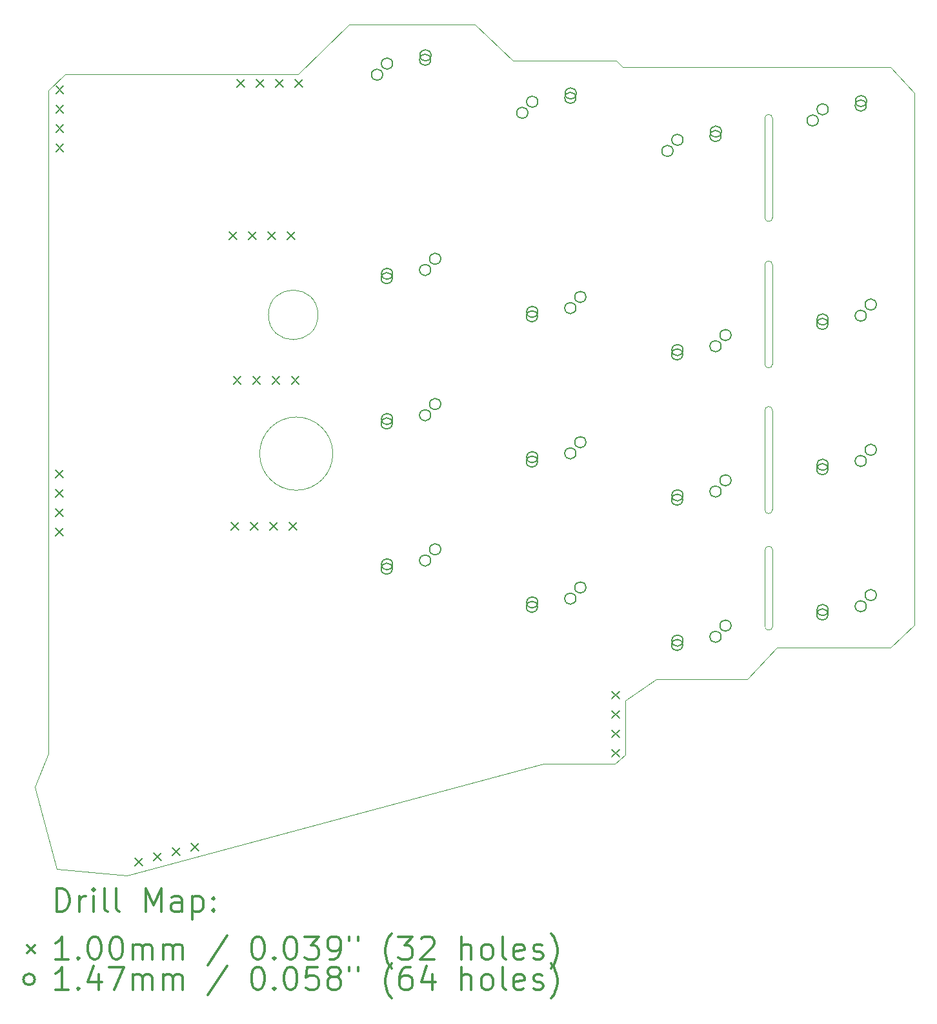
<source format=gbr>
%FSLAX45Y45*%
G04 Gerber Fmt 4.5, Leading zero omitted, Abs format (unit mm)*
G04 Created by KiCad (PCBNEW (5.1.4)-1) date 2023-02-10 21:15:09*
%MOMM*%
%LPD*%
G04 APERTURE LIST*
%ADD10C,0.050000*%
%ADD11C,0.200000*%
%ADD12C,0.300000*%
G04 APERTURE END LIST*
D10*
X26201202Y-49626032D02*
X26511202Y-49966032D01*
X26201202Y-49626032D02*
X22861202Y-49626032D01*
X21661203Y-58761032D02*
X22581202Y-58761032D01*
X24316202Y-57656032D02*
X24711202Y-57241032D01*
X21661203Y-58761032D02*
X21641203Y-58761032D01*
X22721202Y-58641032D02*
X22581202Y-58761032D01*
X21241203Y-49541032D02*
X22596202Y-49541032D01*
X24316202Y-57656032D02*
X23121202Y-57656032D01*
X24911202Y-57241032D02*
X26201202Y-57241032D01*
X19091203Y-49066032D02*
X20746203Y-49066032D01*
X21641203Y-58761032D02*
X16180391Y-60230918D01*
X22721202Y-58641032D02*
X22721202Y-57931032D01*
X19091203Y-49066032D02*
X18421203Y-49716032D01*
X21241203Y-49541032D02*
X20746203Y-49066032D01*
X22596202Y-49541032D02*
X22681202Y-49626032D01*
X15150249Y-58623435D02*
X14970438Y-59068483D01*
X15258251Y-60144663D02*
X14970438Y-59068483D01*
X18421203Y-49716032D02*
X15371203Y-49716032D01*
X15152190Y-49930639D02*
X15371203Y-49716032D01*
X24731202Y-57241032D02*
X24711202Y-57241032D01*
X15258251Y-60144663D02*
X16180391Y-60230918D01*
X26511202Y-56941032D02*
X26201202Y-57241032D01*
X24648000Y-55430000D02*
G75*
G02X24548000Y-55430000I-50000J0D01*
G01*
X24548000Y-54128000D02*
X24548000Y-55430000D01*
X24648000Y-52218000D02*
X24648000Y-53520000D01*
X24548000Y-52218000D02*
G75*
G02X24648000Y-52218000I50000J0D01*
G01*
X24650000Y-55960000D02*
X24650000Y-56960000D01*
X24648000Y-50298000D02*
X24648000Y-51600000D01*
X24548000Y-52218000D02*
X24548000Y-53520000D01*
X24648000Y-54128000D02*
X24648000Y-55430000D01*
X24548000Y-54128000D02*
G75*
G02X24648000Y-54128000I50000J0D01*
G01*
X22861202Y-49626032D02*
X22681202Y-49626032D01*
X24731202Y-57241032D02*
X24911202Y-57241032D01*
X24650000Y-56960000D02*
G75*
G02X24550000Y-56960000I-50000J0D01*
G01*
X18880000Y-54695000D02*
G75*
G03X18880000Y-54695000I-480000J0D01*
G01*
X24648000Y-51600000D02*
G75*
G02X24548000Y-51600000I-50000J0D01*
G01*
X24548000Y-50298000D02*
G75*
G02X24648000Y-50298000I50000J0D01*
G01*
X24648000Y-53520000D02*
G75*
G02X24548000Y-53520000I-50000J0D01*
G01*
X18685000Y-52875000D02*
G75*
G03X18685000Y-52875000I-325000J0D01*
G01*
X15150249Y-58623435D02*
X15152190Y-49930639D01*
X24548000Y-50298000D02*
X24548000Y-51600000D01*
X26511202Y-49966032D02*
X26511202Y-56941032D01*
X24550000Y-55960000D02*
X24550000Y-56960000D01*
X22721202Y-57931032D02*
X23121202Y-57656032D01*
X24550000Y-55960000D02*
G75*
G02X24650000Y-55960000I50000J0D01*
G01*
D11*
X18129203Y-49786032D02*
X18229203Y-49886032D01*
X18229203Y-49786032D02*
X18129203Y-49886032D01*
X15241202Y-54911028D02*
X15341202Y-55011028D01*
X15341202Y-54911028D02*
X15241202Y-55011028D01*
X15241202Y-55165028D02*
X15341202Y-55265028D01*
X15341202Y-55165028D02*
X15241202Y-55265028D01*
X15241202Y-55419028D02*
X15341202Y-55519028D01*
X15341202Y-55419028D02*
X15241202Y-55519028D01*
X15241202Y-55673028D02*
X15341202Y-55773028D01*
X15341202Y-55673028D02*
X15241202Y-55773028D01*
X17521203Y-51786032D02*
X17621203Y-51886032D01*
X17621203Y-51786032D02*
X17521203Y-51886032D01*
X17775203Y-51786032D02*
X17875203Y-51886032D01*
X17875203Y-51786032D02*
X17775203Y-51886032D01*
X18029203Y-51786032D02*
X18129203Y-51886032D01*
X18129203Y-51786032D02*
X18029203Y-51886032D01*
X18283203Y-51786032D02*
X18383203Y-51886032D01*
X18383203Y-51786032D02*
X18283203Y-51886032D01*
X16285167Y-59998252D02*
X16385167Y-60098252D01*
X16385167Y-59998252D02*
X16285167Y-60098252D01*
X16530512Y-59932512D02*
X16630512Y-60032512D01*
X16630512Y-59932512D02*
X16530512Y-60032512D01*
X16775857Y-59866772D02*
X16875857Y-59966772D01*
X16875857Y-59866772D02*
X16775857Y-59966772D01*
X17021203Y-59801032D02*
X17121203Y-59901032D01*
X17121203Y-59801032D02*
X17021203Y-59901032D01*
X17573901Y-53684201D02*
X17673901Y-53784201D01*
X17673901Y-53684201D02*
X17573901Y-53784201D01*
X17827901Y-53684201D02*
X17927901Y-53784201D01*
X17927901Y-53684201D02*
X17827901Y-53784201D01*
X18081901Y-53684201D02*
X18181901Y-53784201D01*
X18181901Y-53684201D02*
X18081901Y-53784201D01*
X18335901Y-53684201D02*
X18435901Y-53784201D01*
X18435901Y-53684201D02*
X18335901Y-53784201D01*
X17543672Y-55595785D02*
X17643672Y-55695785D01*
X17643672Y-55595785D02*
X17543672Y-55695785D01*
X17797672Y-55595785D02*
X17897672Y-55695785D01*
X17897672Y-55595785D02*
X17797672Y-55695785D01*
X18051672Y-55595785D02*
X18151672Y-55695785D01*
X18151672Y-55595785D02*
X18051672Y-55695785D01*
X18305672Y-55595785D02*
X18405672Y-55695785D01*
X18405672Y-55595785D02*
X18305672Y-55695785D01*
X15245873Y-49876079D02*
X15345873Y-49976079D01*
X15345873Y-49876079D02*
X15245873Y-49976079D01*
X15245873Y-50130079D02*
X15345873Y-50230079D01*
X15345873Y-50130079D02*
X15245873Y-50230079D01*
X15245873Y-50384079D02*
X15345873Y-50484079D01*
X15345873Y-50384079D02*
X15245873Y-50484079D01*
X15245873Y-50638079D02*
X15345873Y-50738079D01*
X15345873Y-50638079D02*
X15245873Y-50738079D01*
X22541202Y-57811032D02*
X22641202Y-57911032D01*
X22641202Y-57811032D02*
X22541202Y-57911032D01*
X22541202Y-58065032D02*
X22641202Y-58165032D01*
X22641202Y-58065032D02*
X22541202Y-58165032D01*
X22541202Y-58319032D02*
X22641202Y-58419032D01*
X22641202Y-58319032D02*
X22541202Y-58419032D01*
X22541202Y-58573032D02*
X22641202Y-58673032D01*
X22641202Y-58573032D02*
X22541202Y-58673032D01*
X17621203Y-49786032D02*
X17721203Y-49886032D01*
X17721203Y-49786032D02*
X17621203Y-49886032D01*
X17875203Y-49786032D02*
X17975203Y-49886032D01*
X17975203Y-49786032D02*
X17875203Y-49886032D01*
X18383203Y-49786032D02*
X18483203Y-49886032D01*
X18483203Y-49786032D02*
X18383203Y-49886032D01*
X19660703Y-56204032D02*
G75*
G03X19660703Y-56204032I-73500J0D01*
G01*
X19664703Y-56146032D02*
G75*
G03X19664703Y-56146032I-73500J0D01*
G01*
X20164703Y-56096032D02*
G75*
G03X20164703Y-56096032I-73500J0D01*
G01*
X20295703Y-55950032D02*
G75*
G03X20295703Y-55950032I-73500J0D01*
G01*
X21565703Y-52894032D02*
G75*
G03X21565703Y-52894032I-73500J0D01*
G01*
X21569703Y-52836032D02*
G75*
G03X21569703Y-52836032I-73500J0D01*
G01*
X22069703Y-52786032D02*
G75*
G03X22069703Y-52786032I-73500J0D01*
G01*
X22200703Y-52640032D02*
G75*
G03X22200703Y-52640032I-73500J0D01*
G01*
X19660703Y-52394032D02*
G75*
G03X19660703Y-52394032I-73500J0D01*
G01*
X19664703Y-52336032D02*
G75*
G03X19664703Y-52336032I-73500J0D01*
G01*
X20164703Y-52286032D02*
G75*
G03X20164703Y-52286032I-73500J0D01*
G01*
X20295703Y-52140032D02*
G75*
G03X20295703Y-52140032I-73500J0D01*
G01*
X23343702Y-50726000D02*
G75*
G03X23343702Y-50726000I-73500J0D01*
G01*
X23474702Y-50580000D02*
G75*
G03X23474702Y-50580000I-73500J0D01*
G01*
X23974702Y-50530000D02*
G75*
G03X23974702Y-50530000I-73500J0D01*
G01*
X23978702Y-50472000D02*
G75*
G03X23978702Y-50472000I-73500J0D01*
G01*
X23470703Y-55299032D02*
G75*
G03X23470703Y-55299032I-73500J0D01*
G01*
X23474703Y-55241032D02*
G75*
G03X23474703Y-55241032I-73500J0D01*
G01*
X23974703Y-55191032D02*
G75*
G03X23974703Y-55191032I-73500J0D01*
G01*
X24105703Y-55045032D02*
G75*
G03X24105703Y-55045032I-73500J0D01*
G01*
X23470702Y-53394032D02*
G75*
G03X23470702Y-53394032I-73500J0D01*
G01*
X23474702Y-53336032D02*
G75*
G03X23474702Y-53336032I-73500J0D01*
G01*
X23974702Y-53286032D02*
G75*
G03X23974702Y-53286032I-73500J0D01*
G01*
X24105702Y-53140032D02*
G75*
G03X24105702Y-53140032I-73500J0D01*
G01*
X23470702Y-57204032D02*
G75*
G03X23470702Y-57204032I-73500J0D01*
G01*
X23474702Y-57146032D02*
G75*
G03X23474702Y-57146032I-73500J0D01*
G01*
X23974702Y-57096032D02*
G75*
G03X23974702Y-57096032I-73500J0D01*
G01*
X24105702Y-56950032D02*
G75*
G03X24105702Y-56950032I-73500J0D01*
G01*
X25248702Y-50326000D02*
G75*
G03X25248702Y-50326000I-73500J0D01*
G01*
X25379702Y-50180000D02*
G75*
G03X25379702Y-50180000I-73500J0D01*
G01*
X25879702Y-50130000D02*
G75*
G03X25879702Y-50130000I-73500J0D01*
G01*
X25883702Y-50072000D02*
G75*
G03X25883702Y-50072000I-73500J0D01*
G01*
X25375702Y-52994032D02*
G75*
G03X25375702Y-52994032I-73500J0D01*
G01*
X25379702Y-52936032D02*
G75*
G03X25379702Y-52936032I-73500J0D01*
G01*
X25879702Y-52886032D02*
G75*
G03X25879702Y-52886032I-73500J0D01*
G01*
X26010702Y-52740032D02*
G75*
G03X26010702Y-52740032I-73500J0D01*
G01*
X19533703Y-49726000D02*
G75*
G03X19533703Y-49726000I-73500J0D01*
G01*
X19664703Y-49580000D02*
G75*
G03X19664703Y-49580000I-73500J0D01*
G01*
X20164703Y-49530000D02*
G75*
G03X20164703Y-49530000I-73500J0D01*
G01*
X20168703Y-49472000D02*
G75*
G03X20168703Y-49472000I-73500J0D01*
G01*
X21565703Y-56704032D02*
G75*
G03X21565703Y-56704032I-73500J0D01*
G01*
X21569703Y-56646032D02*
G75*
G03X21569703Y-56646032I-73500J0D01*
G01*
X22069703Y-56596032D02*
G75*
G03X22069703Y-56596032I-73500J0D01*
G01*
X22200703Y-56450032D02*
G75*
G03X22200703Y-56450032I-73500J0D01*
G01*
X25375702Y-54899032D02*
G75*
G03X25375702Y-54899032I-73500J0D01*
G01*
X25379702Y-54841032D02*
G75*
G03X25379702Y-54841032I-73500J0D01*
G01*
X25879702Y-54791032D02*
G75*
G03X25879702Y-54791032I-73500J0D01*
G01*
X26010702Y-54645032D02*
G75*
G03X26010702Y-54645032I-73500J0D01*
G01*
X21565703Y-54799032D02*
G75*
G03X21565703Y-54799032I-73500J0D01*
G01*
X21569703Y-54741032D02*
G75*
G03X21569703Y-54741032I-73500J0D01*
G01*
X22069703Y-54691032D02*
G75*
G03X22069703Y-54691032I-73500J0D01*
G01*
X22200703Y-54545032D02*
G75*
G03X22200703Y-54545032I-73500J0D01*
G01*
X19660703Y-54299032D02*
G75*
G03X19660703Y-54299032I-73500J0D01*
G01*
X19664703Y-54241032D02*
G75*
G03X19664703Y-54241032I-73500J0D01*
G01*
X20164703Y-54191032D02*
G75*
G03X20164703Y-54191032I-73500J0D01*
G01*
X20295703Y-54045032D02*
G75*
G03X20295703Y-54045032I-73500J0D01*
G01*
X25375702Y-56804032D02*
G75*
G03X25375702Y-56804032I-73500J0D01*
G01*
X25379702Y-56746032D02*
G75*
G03X25379702Y-56746032I-73500J0D01*
G01*
X25879702Y-56696032D02*
G75*
G03X25879702Y-56696032I-73500J0D01*
G01*
X26010702Y-56550032D02*
G75*
G03X26010702Y-56550032I-73500J0D01*
G01*
X21438703Y-50226000D02*
G75*
G03X21438703Y-50226000I-73500J0D01*
G01*
X21569703Y-50080000D02*
G75*
G03X21569703Y-50080000I-73500J0D01*
G01*
X22069703Y-50030000D02*
G75*
G03X22069703Y-50030000I-73500J0D01*
G01*
X22073703Y-49972000D02*
G75*
G03X22073703Y-49972000I-73500J0D01*
G01*
D12*
X15254366Y-60699133D02*
X15254366Y-60399133D01*
X15325795Y-60399133D01*
X15368652Y-60413419D01*
X15397223Y-60441990D01*
X15411509Y-60470561D01*
X15425795Y-60527704D01*
X15425795Y-60570561D01*
X15411509Y-60627704D01*
X15397223Y-60656276D01*
X15368652Y-60684847D01*
X15325795Y-60699133D01*
X15254366Y-60699133D01*
X15554366Y-60699133D02*
X15554366Y-60499133D01*
X15554366Y-60556276D02*
X15568652Y-60527704D01*
X15582938Y-60513419D01*
X15611509Y-60499133D01*
X15640080Y-60499133D01*
X15740080Y-60699133D02*
X15740080Y-60499133D01*
X15740080Y-60399133D02*
X15725795Y-60413419D01*
X15740080Y-60427704D01*
X15754366Y-60413419D01*
X15740080Y-60399133D01*
X15740080Y-60427704D01*
X15925795Y-60699133D02*
X15897223Y-60684847D01*
X15882938Y-60656276D01*
X15882938Y-60399133D01*
X16082938Y-60699133D02*
X16054366Y-60684847D01*
X16040080Y-60656276D01*
X16040080Y-60399133D01*
X16425795Y-60699133D02*
X16425795Y-60399133D01*
X16525795Y-60613419D01*
X16625795Y-60399133D01*
X16625795Y-60699133D01*
X16897223Y-60699133D02*
X16897223Y-60541990D01*
X16882938Y-60513419D01*
X16854366Y-60499133D01*
X16797223Y-60499133D01*
X16768652Y-60513419D01*
X16897223Y-60684847D02*
X16868652Y-60699133D01*
X16797223Y-60699133D01*
X16768652Y-60684847D01*
X16754366Y-60656276D01*
X16754366Y-60627704D01*
X16768652Y-60599133D01*
X16797223Y-60584847D01*
X16868652Y-60584847D01*
X16897223Y-60570561D01*
X17040081Y-60499133D02*
X17040081Y-60799133D01*
X17040081Y-60513419D02*
X17068652Y-60499133D01*
X17125795Y-60499133D01*
X17154366Y-60513419D01*
X17168652Y-60527704D01*
X17182938Y-60556276D01*
X17182938Y-60641990D01*
X17168652Y-60670561D01*
X17154366Y-60684847D01*
X17125795Y-60699133D01*
X17068652Y-60699133D01*
X17040081Y-60684847D01*
X17311509Y-60670561D02*
X17325795Y-60684847D01*
X17311509Y-60699133D01*
X17297223Y-60684847D01*
X17311509Y-60670561D01*
X17311509Y-60699133D01*
X17311509Y-60513419D02*
X17325795Y-60527704D01*
X17311509Y-60541990D01*
X17297223Y-60527704D01*
X17311509Y-60513419D01*
X17311509Y-60541990D01*
X14867938Y-61143419D02*
X14967938Y-61243419D01*
X14967938Y-61143419D02*
X14867938Y-61243419D01*
X15411509Y-61329133D02*
X15240080Y-61329133D01*
X15325795Y-61329133D02*
X15325795Y-61029133D01*
X15297223Y-61071990D01*
X15268652Y-61100561D01*
X15240080Y-61114847D01*
X15540080Y-61300561D02*
X15554366Y-61314847D01*
X15540080Y-61329133D01*
X15525795Y-61314847D01*
X15540080Y-61300561D01*
X15540080Y-61329133D01*
X15740080Y-61029133D02*
X15768652Y-61029133D01*
X15797223Y-61043419D01*
X15811509Y-61057704D01*
X15825795Y-61086276D01*
X15840080Y-61143419D01*
X15840080Y-61214847D01*
X15825795Y-61271990D01*
X15811509Y-61300561D01*
X15797223Y-61314847D01*
X15768652Y-61329133D01*
X15740080Y-61329133D01*
X15711509Y-61314847D01*
X15697223Y-61300561D01*
X15682938Y-61271990D01*
X15668652Y-61214847D01*
X15668652Y-61143419D01*
X15682938Y-61086276D01*
X15697223Y-61057704D01*
X15711509Y-61043419D01*
X15740080Y-61029133D01*
X16025795Y-61029133D02*
X16054366Y-61029133D01*
X16082938Y-61043419D01*
X16097223Y-61057704D01*
X16111509Y-61086276D01*
X16125795Y-61143419D01*
X16125795Y-61214847D01*
X16111509Y-61271990D01*
X16097223Y-61300561D01*
X16082938Y-61314847D01*
X16054366Y-61329133D01*
X16025795Y-61329133D01*
X15997223Y-61314847D01*
X15982938Y-61300561D01*
X15968652Y-61271990D01*
X15954366Y-61214847D01*
X15954366Y-61143419D01*
X15968652Y-61086276D01*
X15982938Y-61057704D01*
X15997223Y-61043419D01*
X16025795Y-61029133D01*
X16254366Y-61329133D02*
X16254366Y-61129133D01*
X16254366Y-61157704D02*
X16268652Y-61143419D01*
X16297223Y-61129133D01*
X16340080Y-61129133D01*
X16368652Y-61143419D01*
X16382938Y-61171990D01*
X16382938Y-61329133D01*
X16382938Y-61171990D02*
X16397223Y-61143419D01*
X16425795Y-61129133D01*
X16468652Y-61129133D01*
X16497223Y-61143419D01*
X16511509Y-61171990D01*
X16511509Y-61329133D01*
X16654366Y-61329133D02*
X16654366Y-61129133D01*
X16654366Y-61157704D02*
X16668652Y-61143419D01*
X16697223Y-61129133D01*
X16740080Y-61129133D01*
X16768652Y-61143419D01*
X16782938Y-61171990D01*
X16782938Y-61329133D01*
X16782938Y-61171990D02*
X16797223Y-61143419D01*
X16825795Y-61129133D01*
X16868652Y-61129133D01*
X16897223Y-61143419D01*
X16911509Y-61171990D01*
X16911509Y-61329133D01*
X17497223Y-61014847D02*
X17240081Y-61400561D01*
X17882938Y-61029133D02*
X17911509Y-61029133D01*
X17940081Y-61043419D01*
X17954366Y-61057704D01*
X17968652Y-61086276D01*
X17982938Y-61143419D01*
X17982938Y-61214847D01*
X17968652Y-61271990D01*
X17954366Y-61300561D01*
X17940081Y-61314847D01*
X17911509Y-61329133D01*
X17882938Y-61329133D01*
X17854366Y-61314847D01*
X17840081Y-61300561D01*
X17825795Y-61271990D01*
X17811509Y-61214847D01*
X17811509Y-61143419D01*
X17825795Y-61086276D01*
X17840081Y-61057704D01*
X17854366Y-61043419D01*
X17882938Y-61029133D01*
X18111509Y-61300561D02*
X18125795Y-61314847D01*
X18111509Y-61329133D01*
X18097223Y-61314847D01*
X18111509Y-61300561D01*
X18111509Y-61329133D01*
X18311509Y-61029133D02*
X18340081Y-61029133D01*
X18368652Y-61043419D01*
X18382938Y-61057704D01*
X18397223Y-61086276D01*
X18411509Y-61143419D01*
X18411509Y-61214847D01*
X18397223Y-61271990D01*
X18382938Y-61300561D01*
X18368652Y-61314847D01*
X18340081Y-61329133D01*
X18311509Y-61329133D01*
X18282938Y-61314847D01*
X18268652Y-61300561D01*
X18254366Y-61271990D01*
X18240081Y-61214847D01*
X18240081Y-61143419D01*
X18254366Y-61086276D01*
X18268652Y-61057704D01*
X18282938Y-61043419D01*
X18311509Y-61029133D01*
X18511509Y-61029133D02*
X18697223Y-61029133D01*
X18597223Y-61143419D01*
X18640081Y-61143419D01*
X18668652Y-61157704D01*
X18682938Y-61171990D01*
X18697223Y-61200561D01*
X18697223Y-61271990D01*
X18682938Y-61300561D01*
X18668652Y-61314847D01*
X18640081Y-61329133D01*
X18554366Y-61329133D01*
X18525795Y-61314847D01*
X18511509Y-61300561D01*
X18840081Y-61329133D02*
X18897223Y-61329133D01*
X18925795Y-61314847D01*
X18940081Y-61300561D01*
X18968652Y-61257704D01*
X18982938Y-61200561D01*
X18982938Y-61086276D01*
X18968652Y-61057704D01*
X18954366Y-61043419D01*
X18925795Y-61029133D01*
X18868652Y-61029133D01*
X18840081Y-61043419D01*
X18825795Y-61057704D01*
X18811509Y-61086276D01*
X18811509Y-61157704D01*
X18825795Y-61186276D01*
X18840081Y-61200561D01*
X18868652Y-61214847D01*
X18925795Y-61214847D01*
X18954366Y-61200561D01*
X18968652Y-61186276D01*
X18982938Y-61157704D01*
X19097223Y-61029133D02*
X19097223Y-61086276D01*
X19211509Y-61029133D02*
X19211509Y-61086276D01*
X19654366Y-61443419D02*
X19640081Y-61429133D01*
X19611509Y-61386276D01*
X19597223Y-61357704D01*
X19582938Y-61314847D01*
X19568652Y-61243419D01*
X19568652Y-61186276D01*
X19582938Y-61114847D01*
X19597223Y-61071990D01*
X19611509Y-61043419D01*
X19640081Y-61000561D01*
X19654366Y-60986276D01*
X19740081Y-61029133D02*
X19925795Y-61029133D01*
X19825795Y-61143419D01*
X19868652Y-61143419D01*
X19897223Y-61157704D01*
X19911509Y-61171990D01*
X19925795Y-61200561D01*
X19925795Y-61271990D01*
X19911509Y-61300561D01*
X19897223Y-61314847D01*
X19868652Y-61329133D01*
X19782938Y-61329133D01*
X19754366Y-61314847D01*
X19740081Y-61300561D01*
X20040081Y-61057704D02*
X20054366Y-61043419D01*
X20082938Y-61029133D01*
X20154366Y-61029133D01*
X20182938Y-61043419D01*
X20197223Y-61057704D01*
X20211509Y-61086276D01*
X20211509Y-61114847D01*
X20197223Y-61157704D01*
X20025795Y-61329133D01*
X20211509Y-61329133D01*
X20568652Y-61329133D02*
X20568652Y-61029133D01*
X20697223Y-61329133D02*
X20697223Y-61171990D01*
X20682938Y-61143419D01*
X20654366Y-61129133D01*
X20611509Y-61129133D01*
X20582938Y-61143419D01*
X20568652Y-61157704D01*
X20882938Y-61329133D02*
X20854366Y-61314847D01*
X20840081Y-61300561D01*
X20825795Y-61271990D01*
X20825795Y-61186276D01*
X20840081Y-61157704D01*
X20854366Y-61143419D01*
X20882938Y-61129133D01*
X20925795Y-61129133D01*
X20954366Y-61143419D01*
X20968652Y-61157704D01*
X20982938Y-61186276D01*
X20982938Y-61271990D01*
X20968652Y-61300561D01*
X20954366Y-61314847D01*
X20925795Y-61329133D01*
X20882938Y-61329133D01*
X21154366Y-61329133D02*
X21125795Y-61314847D01*
X21111509Y-61286276D01*
X21111509Y-61029133D01*
X21382938Y-61314847D02*
X21354366Y-61329133D01*
X21297223Y-61329133D01*
X21268652Y-61314847D01*
X21254366Y-61286276D01*
X21254366Y-61171990D01*
X21268652Y-61143419D01*
X21297223Y-61129133D01*
X21354366Y-61129133D01*
X21382938Y-61143419D01*
X21397223Y-61171990D01*
X21397223Y-61200561D01*
X21254366Y-61229133D01*
X21511509Y-61314847D02*
X21540081Y-61329133D01*
X21597223Y-61329133D01*
X21625795Y-61314847D01*
X21640081Y-61286276D01*
X21640081Y-61271990D01*
X21625795Y-61243419D01*
X21597223Y-61229133D01*
X21554366Y-61229133D01*
X21525795Y-61214847D01*
X21511509Y-61186276D01*
X21511509Y-61171990D01*
X21525795Y-61143419D01*
X21554366Y-61129133D01*
X21597223Y-61129133D01*
X21625795Y-61143419D01*
X21740081Y-61443419D02*
X21754366Y-61429133D01*
X21782938Y-61386276D01*
X21797223Y-61357704D01*
X21811509Y-61314847D01*
X21825795Y-61243419D01*
X21825795Y-61186276D01*
X21811509Y-61114847D01*
X21797223Y-61071990D01*
X21782938Y-61043419D01*
X21754366Y-61000561D01*
X21740081Y-60986276D01*
X14967938Y-61589419D02*
G75*
G03X14967938Y-61589419I-73500J0D01*
G01*
X15411509Y-61725133D02*
X15240080Y-61725133D01*
X15325795Y-61725133D02*
X15325795Y-61425133D01*
X15297223Y-61467990D01*
X15268652Y-61496561D01*
X15240080Y-61510847D01*
X15540080Y-61696561D02*
X15554366Y-61710847D01*
X15540080Y-61725133D01*
X15525795Y-61710847D01*
X15540080Y-61696561D01*
X15540080Y-61725133D01*
X15811509Y-61525133D02*
X15811509Y-61725133D01*
X15740080Y-61410847D02*
X15668652Y-61625133D01*
X15854366Y-61625133D01*
X15940080Y-61425133D02*
X16140080Y-61425133D01*
X16011509Y-61725133D01*
X16254366Y-61725133D02*
X16254366Y-61525133D01*
X16254366Y-61553704D02*
X16268652Y-61539419D01*
X16297223Y-61525133D01*
X16340080Y-61525133D01*
X16368652Y-61539419D01*
X16382938Y-61567990D01*
X16382938Y-61725133D01*
X16382938Y-61567990D02*
X16397223Y-61539419D01*
X16425795Y-61525133D01*
X16468652Y-61525133D01*
X16497223Y-61539419D01*
X16511509Y-61567990D01*
X16511509Y-61725133D01*
X16654366Y-61725133D02*
X16654366Y-61525133D01*
X16654366Y-61553704D02*
X16668652Y-61539419D01*
X16697223Y-61525133D01*
X16740080Y-61525133D01*
X16768652Y-61539419D01*
X16782938Y-61567990D01*
X16782938Y-61725133D01*
X16782938Y-61567990D02*
X16797223Y-61539419D01*
X16825795Y-61525133D01*
X16868652Y-61525133D01*
X16897223Y-61539419D01*
X16911509Y-61567990D01*
X16911509Y-61725133D01*
X17497223Y-61410847D02*
X17240081Y-61796561D01*
X17882938Y-61425133D02*
X17911509Y-61425133D01*
X17940081Y-61439419D01*
X17954366Y-61453704D01*
X17968652Y-61482276D01*
X17982938Y-61539419D01*
X17982938Y-61610847D01*
X17968652Y-61667990D01*
X17954366Y-61696561D01*
X17940081Y-61710847D01*
X17911509Y-61725133D01*
X17882938Y-61725133D01*
X17854366Y-61710847D01*
X17840081Y-61696561D01*
X17825795Y-61667990D01*
X17811509Y-61610847D01*
X17811509Y-61539419D01*
X17825795Y-61482276D01*
X17840081Y-61453704D01*
X17854366Y-61439419D01*
X17882938Y-61425133D01*
X18111509Y-61696561D02*
X18125795Y-61710847D01*
X18111509Y-61725133D01*
X18097223Y-61710847D01*
X18111509Y-61696561D01*
X18111509Y-61725133D01*
X18311509Y-61425133D02*
X18340081Y-61425133D01*
X18368652Y-61439419D01*
X18382938Y-61453704D01*
X18397223Y-61482276D01*
X18411509Y-61539419D01*
X18411509Y-61610847D01*
X18397223Y-61667990D01*
X18382938Y-61696561D01*
X18368652Y-61710847D01*
X18340081Y-61725133D01*
X18311509Y-61725133D01*
X18282938Y-61710847D01*
X18268652Y-61696561D01*
X18254366Y-61667990D01*
X18240081Y-61610847D01*
X18240081Y-61539419D01*
X18254366Y-61482276D01*
X18268652Y-61453704D01*
X18282938Y-61439419D01*
X18311509Y-61425133D01*
X18682938Y-61425133D02*
X18540081Y-61425133D01*
X18525795Y-61567990D01*
X18540081Y-61553704D01*
X18568652Y-61539419D01*
X18640081Y-61539419D01*
X18668652Y-61553704D01*
X18682938Y-61567990D01*
X18697223Y-61596561D01*
X18697223Y-61667990D01*
X18682938Y-61696561D01*
X18668652Y-61710847D01*
X18640081Y-61725133D01*
X18568652Y-61725133D01*
X18540081Y-61710847D01*
X18525795Y-61696561D01*
X18868652Y-61553704D02*
X18840081Y-61539419D01*
X18825795Y-61525133D01*
X18811509Y-61496561D01*
X18811509Y-61482276D01*
X18825795Y-61453704D01*
X18840081Y-61439419D01*
X18868652Y-61425133D01*
X18925795Y-61425133D01*
X18954366Y-61439419D01*
X18968652Y-61453704D01*
X18982938Y-61482276D01*
X18982938Y-61496561D01*
X18968652Y-61525133D01*
X18954366Y-61539419D01*
X18925795Y-61553704D01*
X18868652Y-61553704D01*
X18840081Y-61567990D01*
X18825795Y-61582276D01*
X18811509Y-61610847D01*
X18811509Y-61667990D01*
X18825795Y-61696561D01*
X18840081Y-61710847D01*
X18868652Y-61725133D01*
X18925795Y-61725133D01*
X18954366Y-61710847D01*
X18968652Y-61696561D01*
X18982938Y-61667990D01*
X18982938Y-61610847D01*
X18968652Y-61582276D01*
X18954366Y-61567990D01*
X18925795Y-61553704D01*
X19097223Y-61425133D02*
X19097223Y-61482276D01*
X19211509Y-61425133D02*
X19211509Y-61482276D01*
X19654366Y-61839419D02*
X19640081Y-61825133D01*
X19611509Y-61782276D01*
X19597223Y-61753704D01*
X19582938Y-61710847D01*
X19568652Y-61639419D01*
X19568652Y-61582276D01*
X19582938Y-61510847D01*
X19597223Y-61467990D01*
X19611509Y-61439419D01*
X19640081Y-61396561D01*
X19654366Y-61382276D01*
X19897223Y-61425133D02*
X19840081Y-61425133D01*
X19811509Y-61439419D01*
X19797223Y-61453704D01*
X19768652Y-61496561D01*
X19754366Y-61553704D01*
X19754366Y-61667990D01*
X19768652Y-61696561D01*
X19782938Y-61710847D01*
X19811509Y-61725133D01*
X19868652Y-61725133D01*
X19897223Y-61710847D01*
X19911509Y-61696561D01*
X19925795Y-61667990D01*
X19925795Y-61596561D01*
X19911509Y-61567990D01*
X19897223Y-61553704D01*
X19868652Y-61539419D01*
X19811509Y-61539419D01*
X19782938Y-61553704D01*
X19768652Y-61567990D01*
X19754366Y-61596561D01*
X20182938Y-61525133D02*
X20182938Y-61725133D01*
X20111509Y-61410847D02*
X20040081Y-61625133D01*
X20225795Y-61625133D01*
X20568652Y-61725133D02*
X20568652Y-61425133D01*
X20697223Y-61725133D02*
X20697223Y-61567990D01*
X20682938Y-61539419D01*
X20654366Y-61525133D01*
X20611509Y-61525133D01*
X20582938Y-61539419D01*
X20568652Y-61553704D01*
X20882938Y-61725133D02*
X20854366Y-61710847D01*
X20840081Y-61696561D01*
X20825795Y-61667990D01*
X20825795Y-61582276D01*
X20840081Y-61553704D01*
X20854366Y-61539419D01*
X20882938Y-61525133D01*
X20925795Y-61525133D01*
X20954366Y-61539419D01*
X20968652Y-61553704D01*
X20982938Y-61582276D01*
X20982938Y-61667990D01*
X20968652Y-61696561D01*
X20954366Y-61710847D01*
X20925795Y-61725133D01*
X20882938Y-61725133D01*
X21154366Y-61725133D02*
X21125795Y-61710847D01*
X21111509Y-61682276D01*
X21111509Y-61425133D01*
X21382938Y-61710847D02*
X21354366Y-61725133D01*
X21297223Y-61725133D01*
X21268652Y-61710847D01*
X21254366Y-61682276D01*
X21254366Y-61567990D01*
X21268652Y-61539419D01*
X21297223Y-61525133D01*
X21354366Y-61525133D01*
X21382938Y-61539419D01*
X21397223Y-61567990D01*
X21397223Y-61596561D01*
X21254366Y-61625133D01*
X21511509Y-61710847D02*
X21540081Y-61725133D01*
X21597223Y-61725133D01*
X21625795Y-61710847D01*
X21640081Y-61682276D01*
X21640081Y-61667990D01*
X21625795Y-61639419D01*
X21597223Y-61625133D01*
X21554366Y-61625133D01*
X21525795Y-61610847D01*
X21511509Y-61582276D01*
X21511509Y-61567990D01*
X21525795Y-61539419D01*
X21554366Y-61525133D01*
X21597223Y-61525133D01*
X21625795Y-61539419D01*
X21740081Y-61839419D02*
X21754366Y-61825133D01*
X21782938Y-61782276D01*
X21797223Y-61753704D01*
X21811509Y-61710847D01*
X21825795Y-61639419D01*
X21825795Y-61582276D01*
X21811509Y-61510847D01*
X21797223Y-61467990D01*
X21782938Y-61439419D01*
X21754366Y-61396561D01*
X21740081Y-61382276D01*
M02*

</source>
